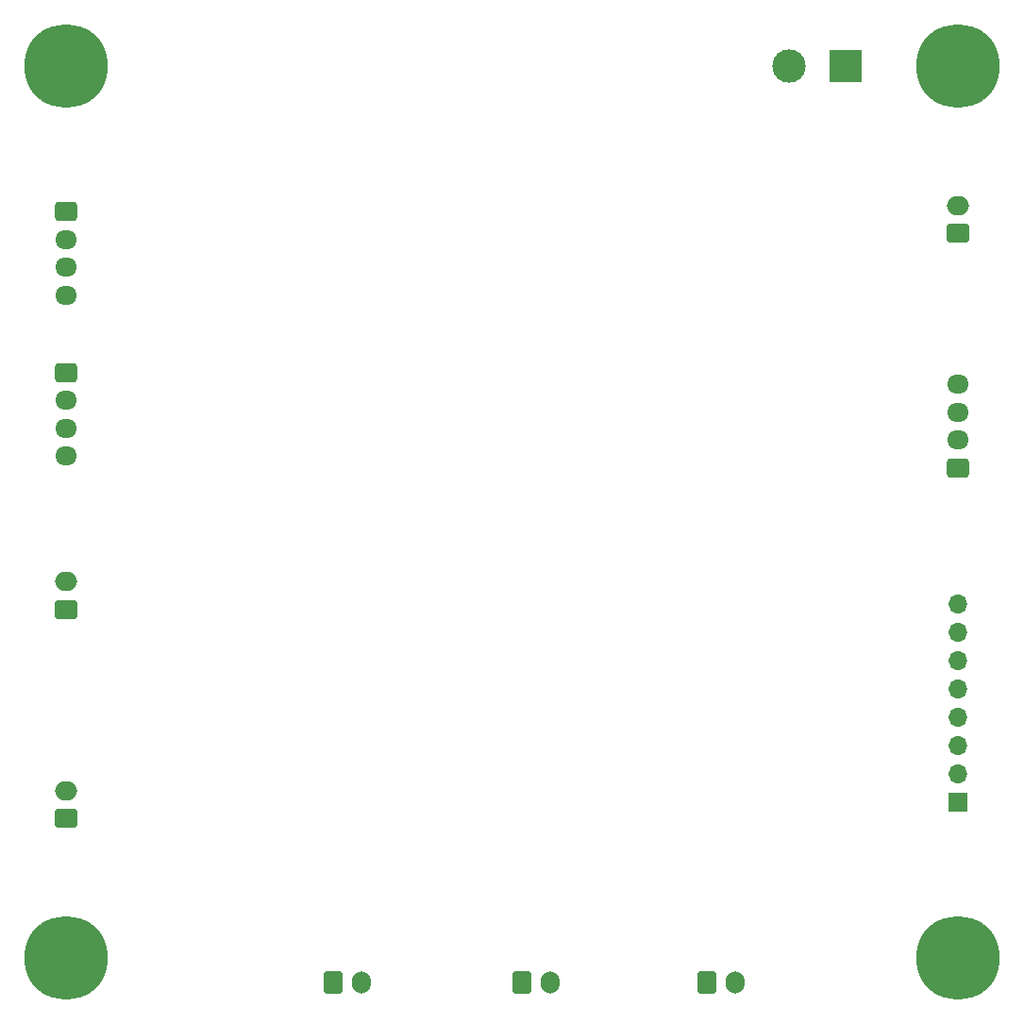
<source format=gbr>
%TF.GenerationSoftware,KiCad,Pcbnew,6.0.11-2627ca5db0~126~ubuntu22.04.1*%
%TF.CreationDate,2023-04-10T22:11:35+02:00*%
%TF.ProjectId,Slicor_carte_commande,536c6963-6f72-45f6-9361-7274655f636f,rev?*%
%TF.SameCoordinates,Original*%
%TF.FileFunction,Soldermask,Bot*%
%TF.FilePolarity,Negative*%
%FSLAX46Y46*%
G04 Gerber Fmt 4.6, Leading zero omitted, Abs format (unit mm)*
G04 Created by KiCad (PCBNEW 6.0.11-2627ca5db0~126~ubuntu22.04.1) date 2023-04-10 22:11:35*
%MOMM*%
%LPD*%
G01*
G04 APERTURE LIST*
G04 Aperture macros list*
%AMRoundRect*
0 Rectangle with rounded corners*
0 $1 Rounding radius*
0 $2 $3 $4 $5 $6 $7 $8 $9 X,Y pos of 4 corners*
0 Add a 4 corners polygon primitive as box body*
4,1,4,$2,$3,$4,$5,$6,$7,$8,$9,$2,$3,0*
0 Add four circle primitives for the rounded corners*
1,1,$1+$1,$2,$3*
1,1,$1+$1,$4,$5*
1,1,$1+$1,$6,$7*
1,1,$1+$1,$8,$9*
0 Add four rect primitives between the rounded corners*
20,1,$1+$1,$2,$3,$4,$5,0*
20,1,$1+$1,$4,$5,$6,$7,0*
20,1,$1+$1,$6,$7,$8,$9,0*
20,1,$1+$1,$8,$9,$2,$3,0*%
G04 Aperture macros list end*
%ADD10R,1.700000X1.700000*%
%ADD11O,1.700000X1.700000*%
%ADD12RoundRect,0.250000X0.750000X-0.600000X0.750000X0.600000X-0.750000X0.600000X-0.750000X-0.600000X0*%
%ADD13O,2.000000X1.700000*%
%ADD14RoundRect,0.250000X-0.600000X-0.750000X0.600000X-0.750000X0.600000X0.750000X-0.600000X0.750000X0*%
%ADD15O,1.700000X2.000000*%
%ADD16RoundRect,0.250000X0.725000X-0.600000X0.725000X0.600000X-0.725000X0.600000X-0.725000X-0.600000X0*%
%ADD17O,1.950000X1.700000*%
%ADD18RoundRect,0.250000X-0.725000X0.600000X-0.725000X-0.600000X0.725000X-0.600000X0.725000X0.600000X0*%
%ADD19R,3.000000X3.000000*%
%ADD20C,3.000000*%
%ADD21C,7.500000*%
G04 APERTURE END LIST*
D10*
%TO.C,J4*%
X115000000Y-101000000D03*
D11*
X115000000Y-98460000D03*
X115000000Y-95920000D03*
X115000000Y-93380000D03*
X115000000Y-90840000D03*
X115000000Y-88300000D03*
X115000000Y-85760000D03*
X115000000Y-83220000D03*
%TD*%
D12*
%TO.C,J5*%
X35000000Y-83750000D03*
D13*
X35000000Y-81250000D03*
%TD*%
D14*
%TO.C,J9*%
X92500000Y-117250000D03*
D15*
X95000000Y-117250000D03*
%TD*%
D16*
%TO.C,J2*%
X115000000Y-71050000D03*
D17*
X115000000Y-68550000D03*
X115000000Y-66050000D03*
X115000000Y-63550000D03*
%TD*%
D18*
%TO.C,J3*%
X35000000Y-48050000D03*
D17*
X35000000Y-50550000D03*
X35000000Y-53050000D03*
X35000000Y-55550000D03*
%TD*%
D18*
%TO.C,J11*%
X35000000Y-62500000D03*
D17*
X35000000Y-65000000D03*
X35000000Y-67500000D03*
X35000000Y-70000000D03*
%TD*%
D19*
%TO.C,J1*%
X104960000Y-35000000D03*
D20*
X99880000Y-35000000D03*
%TD*%
D14*
%TO.C,J8*%
X75900000Y-117250000D03*
D15*
X78400000Y-117250000D03*
%TD*%
D21*
%TO.C,H1*%
X35000000Y-35000000D03*
%TD*%
D12*
%TO.C,J10*%
X115000000Y-50000000D03*
D13*
X115000000Y-47500000D03*
%TD*%
D14*
%TO.C,J7*%
X58950000Y-117250000D03*
D15*
X61450000Y-117250000D03*
%TD*%
D21*
%TO.C,H4*%
X115000000Y-115000000D03*
%TD*%
D12*
%TO.C,J6*%
X35000000Y-102500000D03*
D13*
X35000000Y-100000000D03*
%TD*%
D21*
%TO.C,H3*%
X35000000Y-115000000D03*
%TD*%
%TO.C,H2*%
X115000000Y-35000000D03*
%TD*%
M02*

</source>
